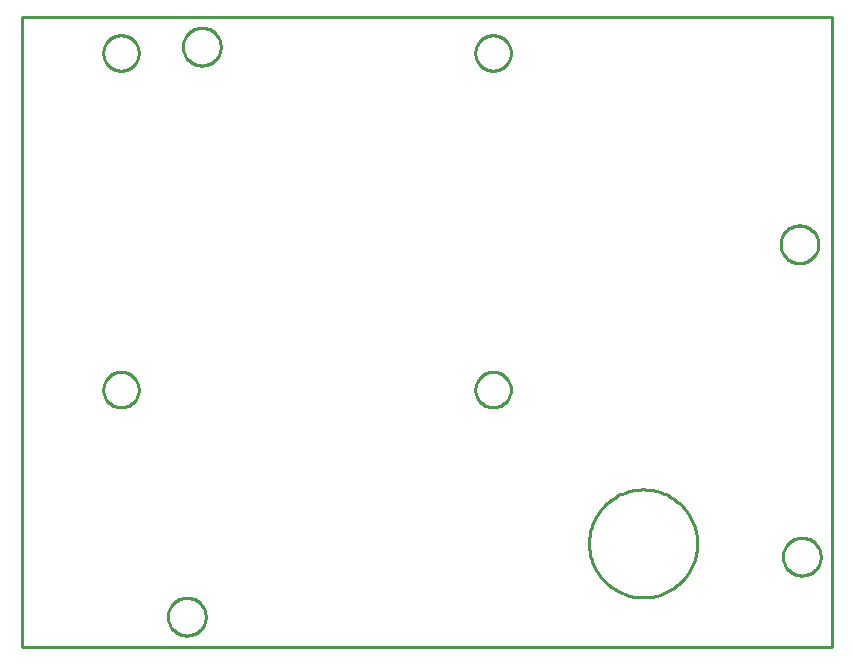
<source format=gbr>
G04 EAGLE Gerber RS-274X export*
G75*
%MOMM*%
%FSLAX34Y34*%
%LPD*%
%IN*%
%IPPOS*%
%AMOC8*
5,1,8,0,0,1.08239X$1,22.5*%
G01*
%ADD10C,0.254000*%


D10*
X0Y0D02*
X685800Y0D01*
X685800Y533400D01*
X0Y533400D01*
X0Y0D01*
X155700Y24876D02*
X155632Y23831D01*
X155495Y22792D01*
X155290Y21765D01*
X155019Y20753D01*
X154683Y19761D01*
X154282Y18793D01*
X153818Y17854D01*
X153295Y16946D01*
X152713Y16075D01*
X152075Y15244D01*
X151384Y14457D01*
X150643Y13716D01*
X149856Y13025D01*
X149025Y12388D01*
X148154Y11806D01*
X147246Y11282D01*
X146307Y10818D01*
X145339Y10417D01*
X144347Y10081D01*
X143335Y9810D01*
X142308Y9605D01*
X141269Y9469D01*
X140224Y9400D01*
X139176Y9400D01*
X138131Y9469D01*
X137092Y9605D01*
X136065Y9810D01*
X135053Y10081D01*
X134061Y10417D01*
X133093Y10818D01*
X132154Y11282D01*
X131246Y11806D01*
X130375Y12388D01*
X129544Y13025D01*
X128757Y13716D01*
X128016Y14457D01*
X127325Y15244D01*
X126688Y16075D01*
X126106Y16946D01*
X125582Y17854D01*
X125118Y18793D01*
X124717Y19761D01*
X124381Y20753D01*
X124110Y21765D01*
X123905Y22792D01*
X123769Y23831D01*
X123700Y24876D01*
X123700Y25924D01*
X123769Y26969D01*
X123905Y28008D01*
X124110Y29035D01*
X124381Y30047D01*
X124717Y31039D01*
X125118Y32007D01*
X125582Y32946D01*
X126106Y33854D01*
X126688Y34725D01*
X127325Y35556D01*
X128016Y36343D01*
X128757Y37084D01*
X129544Y37775D01*
X130375Y38413D01*
X131246Y38995D01*
X132154Y39518D01*
X133093Y39982D01*
X134061Y40383D01*
X135053Y40719D01*
X136065Y40990D01*
X137092Y41195D01*
X138131Y41332D01*
X139176Y41400D01*
X140224Y41400D01*
X141269Y41332D01*
X142308Y41195D01*
X143335Y40990D01*
X144347Y40719D01*
X145339Y40383D01*
X146307Y39982D01*
X147246Y39518D01*
X148154Y38995D01*
X149025Y38413D01*
X149856Y37775D01*
X150643Y37084D01*
X151384Y36343D01*
X152075Y35556D01*
X152713Y34725D01*
X153295Y33854D01*
X153818Y32946D01*
X154282Y32007D01*
X154683Y31039D01*
X155019Y30047D01*
X155290Y29035D01*
X155495Y28008D01*
X155632Y26969D01*
X155700Y25924D01*
X155700Y24876D01*
X676400Y75676D02*
X676332Y74631D01*
X676195Y73592D01*
X675990Y72565D01*
X675719Y71553D01*
X675383Y70561D01*
X674982Y69593D01*
X674518Y68654D01*
X673995Y67746D01*
X673413Y66875D01*
X672775Y66044D01*
X672084Y65257D01*
X671343Y64516D01*
X670556Y63825D01*
X669725Y63188D01*
X668854Y62606D01*
X667946Y62082D01*
X667007Y61618D01*
X666039Y61217D01*
X665047Y60881D01*
X664035Y60610D01*
X663008Y60405D01*
X661969Y60269D01*
X660924Y60200D01*
X659876Y60200D01*
X658831Y60269D01*
X657792Y60405D01*
X656765Y60610D01*
X655753Y60881D01*
X654761Y61217D01*
X653793Y61618D01*
X652854Y62082D01*
X651946Y62606D01*
X651075Y63188D01*
X650244Y63825D01*
X649457Y64516D01*
X648716Y65257D01*
X648025Y66044D01*
X647388Y66875D01*
X646806Y67746D01*
X646282Y68654D01*
X645818Y69593D01*
X645417Y70561D01*
X645081Y71553D01*
X644810Y72565D01*
X644605Y73592D01*
X644469Y74631D01*
X644400Y75676D01*
X644400Y76724D01*
X644469Y77769D01*
X644605Y78808D01*
X644810Y79835D01*
X645081Y80847D01*
X645417Y81839D01*
X645818Y82807D01*
X646282Y83746D01*
X646806Y84654D01*
X647388Y85525D01*
X648025Y86356D01*
X648716Y87143D01*
X649457Y87884D01*
X650244Y88575D01*
X651075Y89213D01*
X651946Y89795D01*
X652854Y90318D01*
X653793Y90782D01*
X654761Y91183D01*
X655753Y91519D01*
X656765Y91790D01*
X657792Y91995D01*
X658831Y92132D01*
X659876Y92200D01*
X660924Y92200D01*
X661969Y92132D01*
X663008Y91995D01*
X664035Y91790D01*
X665047Y91519D01*
X666039Y91183D01*
X667007Y90782D01*
X667946Y90318D01*
X668854Y89795D01*
X669725Y89213D01*
X670556Y88575D01*
X671343Y87884D01*
X672084Y87143D01*
X672775Y86356D01*
X673413Y85525D01*
X673995Y84654D01*
X674518Y83746D01*
X674982Y82807D01*
X675383Y81839D01*
X675719Y80847D01*
X675990Y79835D01*
X676195Y78808D01*
X676332Y77769D01*
X676400Y76724D01*
X676400Y75676D01*
X674400Y340076D02*
X674332Y339031D01*
X674195Y337992D01*
X673990Y336965D01*
X673719Y335953D01*
X673383Y334961D01*
X672982Y333993D01*
X672518Y333054D01*
X671995Y332146D01*
X671413Y331275D01*
X670775Y330444D01*
X670084Y329657D01*
X669343Y328916D01*
X668556Y328225D01*
X667725Y327588D01*
X666854Y327006D01*
X665946Y326482D01*
X665007Y326018D01*
X664039Y325617D01*
X663047Y325281D01*
X662035Y325010D01*
X661008Y324805D01*
X659969Y324669D01*
X658924Y324600D01*
X657876Y324600D01*
X656831Y324669D01*
X655792Y324805D01*
X654765Y325010D01*
X653753Y325281D01*
X652761Y325617D01*
X651793Y326018D01*
X650854Y326482D01*
X649946Y327006D01*
X649075Y327588D01*
X648244Y328225D01*
X647457Y328916D01*
X646716Y329657D01*
X646025Y330444D01*
X645388Y331275D01*
X644806Y332146D01*
X644282Y333054D01*
X643818Y333993D01*
X643417Y334961D01*
X643081Y335953D01*
X642810Y336965D01*
X642605Y337992D01*
X642469Y339031D01*
X642400Y340076D01*
X642400Y341124D01*
X642469Y342169D01*
X642605Y343208D01*
X642810Y344235D01*
X643081Y345247D01*
X643417Y346239D01*
X643818Y347207D01*
X644282Y348146D01*
X644806Y349054D01*
X645388Y349925D01*
X646025Y350756D01*
X646716Y351543D01*
X647457Y352284D01*
X648244Y352975D01*
X649075Y353613D01*
X649946Y354195D01*
X650854Y354718D01*
X651793Y355182D01*
X652761Y355583D01*
X653753Y355919D01*
X654765Y356190D01*
X655792Y356395D01*
X656831Y356532D01*
X657876Y356600D01*
X658924Y356600D01*
X659969Y356532D01*
X661008Y356395D01*
X662035Y356190D01*
X663047Y355919D01*
X664039Y355583D01*
X665007Y355182D01*
X665946Y354718D01*
X666854Y354195D01*
X667725Y353613D01*
X668556Y352975D01*
X669343Y352284D01*
X670084Y351543D01*
X670775Y350756D01*
X671413Y349925D01*
X671995Y349054D01*
X672518Y348146D01*
X672982Y347207D01*
X673383Y346239D01*
X673719Y345247D01*
X673990Y344235D01*
X674195Y343208D01*
X674332Y342169D01*
X674400Y341124D01*
X674400Y340076D01*
X168400Y507476D02*
X168332Y506431D01*
X168195Y505392D01*
X167990Y504365D01*
X167719Y503353D01*
X167383Y502361D01*
X166982Y501393D01*
X166518Y500454D01*
X165995Y499546D01*
X165413Y498675D01*
X164775Y497844D01*
X164084Y497057D01*
X163343Y496316D01*
X162556Y495625D01*
X161725Y494988D01*
X160854Y494406D01*
X159946Y493882D01*
X159007Y493418D01*
X158039Y493017D01*
X157047Y492681D01*
X156035Y492410D01*
X155008Y492205D01*
X153969Y492069D01*
X152924Y492000D01*
X151876Y492000D01*
X150831Y492069D01*
X149792Y492205D01*
X148765Y492410D01*
X147753Y492681D01*
X146761Y493017D01*
X145793Y493418D01*
X144854Y493882D01*
X143946Y494406D01*
X143075Y494988D01*
X142244Y495625D01*
X141457Y496316D01*
X140716Y497057D01*
X140025Y497844D01*
X139388Y498675D01*
X138806Y499546D01*
X138282Y500454D01*
X137818Y501393D01*
X137417Y502361D01*
X137081Y503353D01*
X136810Y504365D01*
X136605Y505392D01*
X136469Y506431D01*
X136400Y507476D01*
X136400Y508524D01*
X136469Y509569D01*
X136605Y510608D01*
X136810Y511635D01*
X137081Y512647D01*
X137417Y513639D01*
X137818Y514607D01*
X138282Y515546D01*
X138806Y516454D01*
X139388Y517325D01*
X140025Y518156D01*
X140716Y518943D01*
X141457Y519684D01*
X142244Y520375D01*
X143075Y521013D01*
X143946Y521595D01*
X144854Y522118D01*
X145793Y522582D01*
X146761Y522983D01*
X147753Y523319D01*
X148765Y523590D01*
X149792Y523795D01*
X150831Y523932D01*
X151876Y524000D01*
X152924Y524000D01*
X153969Y523932D01*
X155008Y523795D01*
X156035Y523590D01*
X157047Y523319D01*
X158039Y522983D01*
X159007Y522582D01*
X159946Y522118D01*
X160854Y521595D01*
X161725Y521013D01*
X162556Y520375D01*
X163343Y519684D01*
X164084Y518943D01*
X164775Y518156D01*
X165413Y517325D01*
X165995Y516454D01*
X166518Y515546D01*
X166982Y514607D01*
X167383Y513639D01*
X167719Y512647D01*
X167990Y511635D01*
X168195Y510608D01*
X168332Y509569D01*
X168400Y508524D01*
X168400Y507476D01*
X526965Y133100D02*
X528854Y133022D01*
X530737Y132866D01*
X532613Y132632D01*
X534477Y132321D01*
X536327Y131933D01*
X538160Y131469D01*
X539971Y130930D01*
X541759Y130316D01*
X543520Y129629D01*
X545251Y128870D01*
X546949Y128039D01*
X548612Y127140D01*
X550235Y126172D01*
X551818Y125138D01*
X553356Y124040D01*
X554848Y122879D01*
X556290Y121657D01*
X557681Y120377D01*
X559017Y119041D01*
X560297Y117650D01*
X561519Y116208D01*
X562680Y114716D01*
X563778Y113178D01*
X564812Y111595D01*
X565780Y109972D01*
X566679Y108309D01*
X567510Y106611D01*
X568269Y104880D01*
X568956Y103119D01*
X569570Y101331D01*
X570109Y99520D01*
X570573Y97687D01*
X570961Y95837D01*
X571272Y93973D01*
X571506Y92097D01*
X571662Y90214D01*
X571740Y88325D01*
X571740Y86435D01*
X571662Y84546D01*
X571506Y82663D01*
X571272Y80787D01*
X570961Y78923D01*
X570573Y77073D01*
X570109Y75240D01*
X569570Y73429D01*
X568956Y71641D01*
X568269Y69880D01*
X567510Y68149D01*
X566679Y66451D01*
X565780Y64789D01*
X564812Y63165D01*
X563778Y61582D01*
X562680Y60044D01*
X561519Y58552D01*
X560297Y57110D01*
X559017Y55719D01*
X557681Y54383D01*
X556290Y53103D01*
X554848Y51881D01*
X553356Y50720D01*
X551818Y49622D01*
X550235Y48588D01*
X548612Y47620D01*
X546949Y46721D01*
X545251Y45890D01*
X543520Y45131D01*
X541759Y44444D01*
X539971Y43830D01*
X538160Y43291D01*
X536327Y42827D01*
X534477Y42439D01*
X532613Y42128D01*
X530737Y41894D01*
X528854Y41738D01*
X526965Y41660D01*
X525075Y41660D01*
X523186Y41738D01*
X521303Y41894D01*
X519427Y42128D01*
X517563Y42439D01*
X515713Y42827D01*
X513880Y43291D01*
X512069Y43830D01*
X510281Y44444D01*
X508520Y45131D01*
X506789Y45890D01*
X505091Y46721D01*
X503429Y47620D01*
X501805Y48588D01*
X500222Y49622D01*
X498684Y50720D01*
X497192Y51881D01*
X495750Y53103D01*
X494359Y54383D01*
X493023Y55719D01*
X491743Y57110D01*
X490521Y58552D01*
X489360Y60044D01*
X488262Y61582D01*
X487228Y63165D01*
X486260Y64789D01*
X485361Y66451D01*
X484530Y68149D01*
X483771Y69880D01*
X483084Y71641D01*
X482470Y73429D01*
X481931Y75240D01*
X481467Y77073D01*
X481079Y78923D01*
X480768Y80787D01*
X480534Y82663D01*
X480378Y84546D01*
X480300Y86435D01*
X480300Y88325D01*
X480378Y90214D01*
X480534Y92097D01*
X480768Y93973D01*
X481079Y95837D01*
X481467Y97687D01*
X481931Y99520D01*
X482470Y101331D01*
X483084Y103119D01*
X483771Y104880D01*
X484530Y106611D01*
X485361Y108309D01*
X486260Y109972D01*
X487228Y111595D01*
X488262Y113178D01*
X489360Y114716D01*
X490521Y116208D01*
X491743Y117650D01*
X493023Y119041D01*
X494359Y120377D01*
X495750Y121657D01*
X497192Y122879D01*
X498684Y124040D01*
X500222Y125138D01*
X501805Y126172D01*
X503429Y127140D01*
X505091Y128039D01*
X506789Y128870D01*
X508520Y129629D01*
X510281Y130316D01*
X512069Y130930D01*
X513880Y131469D01*
X515713Y131933D01*
X517563Y132321D01*
X519427Y132632D01*
X521303Y132866D01*
X523186Y133022D01*
X525075Y133100D01*
X526965Y133100D01*
X99000Y502064D02*
X98924Y500996D01*
X98771Y499935D01*
X98543Y498888D01*
X98241Y497860D01*
X97867Y496856D01*
X97422Y495881D01*
X96908Y494941D01*
X96329Y494040D01*
X95687Y493182D01*
X94985Y492372D01*
X94228Y491615D01*
X93418Y490913D01*
X92560Y490271D01*
X91659Y489692D01*
X90719Y489178D01*
X89744Y488733D01*
X88740Y488359D01*
X87712Y488057D01*
X86665Y487829D01*
X85604Y487676D01*
X84536Y487600D01*
X83464Y487600D01*
X82396Y487676D01*
X81335Y487829D01*
X80288Y488057D01*
X79260Y488359D01*
X78256Y488733D01*
X77281Y489178D01*
X76341Y489692D01*
X75440Y490271D01*
X74582Y490913D01*
X73772Y491615D01*
X73015Y492372D01*
X72313Y493182D01*
X71671Y494040D01*
X71092Y494941D01*
X70578Y495881D01*
X70133Y496856D01*
X69759Y497860D01*
X69457Y498888D01*
X69229Y499935D01*
X69076Y500996D01*
X69000Y502064D01*
X69000Y503136D01*
X69076Y504204D01*
X69229Y505265D01*
X69457Y506312D01*
X69759Y507340D01*
X70133Y508344D01*
X70578Y509319D01*
X71092Y510259D01*
X71671Y511160D01*
X72313Y512018D01*
X73015Y512828D01*
X73772Y513585D01*
X74582Y514287D01*
X75440Y514929D01*
X76341Y515508D01*
X77281Y516022D01*
X78256Y516467D01*
X79260Y516841D01*
X80288Y517143D01*
X81335Y517371D01*
X82396Y517524D01*
X83464Y517600D01*
X84536Y517600D01*
X85604Y517524D01*
X86665Y517371D01*
X87712Y517143D01*
X88740Y516841D01*
X89744Y516467D01*
X90719Y516022D01*
X91659Y515508D01*
X92560Y514929D01*
X93418Y514287D01*
X94228Y513585D01*
X94985Y512828D01*
X95687Y512018D01*
X96329Y511160D01*
X96908Y510259D01*
X97422Y509319D01*
X97867Y508344D01*
X98241Y507340D01*
X98543Y506312D01*
X98771Y505265D01*
X98924Y504204D01*
X99000Y503136D01*
X99000Y502064D01*
X99000Y217064D02*
X98924Y215996D01*
X98771Y214935D01*
X98543Y213888D01*
X98241Y212860D01*
X97867Y211856D01*
X97422Y210881D01*
X96908Y209941D01*
X96329Y209040D01*
X95687Y208182D01*
X94985Y207372D01*
X94228Y206615D01*
X93418Y205913D01*
X92560Y205271D01*
X91659Y204692D01*
X90719Y204178D01*
X89744Y203733D01*
X88740Y203359D01*
X87712Y203057D01*
X86665Y202829D01*
X85604Y202676D01*
X84536Y202600D01*
X83464Y202600D01*
X82396Y202676D01*
X81335Y202829D01*
X80288Y203057D01*
X79260Y203359D01*
X78256Y203733D01*
X77281Y204178D01*
X76341Y204692D01*
X75440Y205271D01*
X74582Y205913D01*
X73772Y206615D01*
X73015Y207372D01*
X72313Y208182D01*
X71671Y209040D01*
X71092Y209941D01*
X70578Y210881D01*
X70133Y211856D01*
X69759Y212860D01*
X69457Y213888D01*
X69229Y214935D01*
X69076Y215996D01*
X69000Y217064D01*
X69000Y218136D01*
X69076Y219204D01*
X69229Y220265D01*
X69457Y221312D01*
X69759Y222340D01*
X70133Y223344D01*
X70578Y224319D01*
X71092Y225259D01*
X71671Y226160D01*
X72313Y227018D01*
X73015Y227828D01*
X73772Y228585D01*
X74582Y229287D01*
X75440Y229929D01*
X76341Y230508D01*
X77281Y231022D01*
X78256Y231467D01*
X79260Y231841D01*
X80288Y232143D01*
X81335Y232371D01*
X82396Y232524D01*
X83464Y232600D01*
X84536Y232600D01*
X85604Y232524D01*
X86665Y232371D01*
X87712Y232143D01*
X88740Y231841D01*
X89744Y231467D01*
X90719Y231022D01*
X91659Y230508D01*
X92560Y229929D01*
X93418Y229287D01*
X94228Y228585D01*
X94985Y227828D01*
X95687Y227018D01*
X96329Y226160D01*
X96908Y225259D01*
X97422Y224319D01*
X97867Y223344D01*
X98241Y222340D01*
X98543Y221312D01*
X98771Y220265D01*
X98924Y219204D01*
X99000Y218136D01*
X99000Y217064D01*
X414000Y502064D02*
X413924Y500996D01*
X413771Y499935D01*
X413543Y498888D01*
X413241Y497860D01*
X412867Y496856D01*
X412422Y495881D01*
X411908Y494941D01*
X411329Y494040D01*
X410687Y493182D01*
X409985Y492372D01*
X409228Y491615D01*
X408418Y490913D01*
X407560Y490271D01*
X406659Y489692D01*
X405719Y489178D01*
X404744Y488733D01*
X403740Y488359D01*
X402712Y488057D01*
X401665Y487829D01*
X400604Y487676D01*
X399536Y487600D01*
X398464Y487600D01*
X397396Y487676D01*
X396335Y487829D01*
X395288Y488057D01*
X394260Y488359D01*
X393256Y488733D01*
X392281Y489178D01*
X391341Y489692D01*
X390440Y490271D01*
X389582Y490913D01*
X388772Y491615D01*
X388015Y492372D01*
X387313Y493182D01*
X386671Y494040D01*
X386092Y494941D01*
X385578Y495881D01*
X385133Y496856D01*
X384759Y497860D01*
X384457Y498888D01*
X384229Y499935D01*
X384076Y500996D01*
X384000Y502064D01*
X384000Y503136D01*
X384076Y504204D01*
X384229Y505265D01*
X384457Y506312D01*
X384759Y507340D01*
X385133Y508344D01*
X385578Y509319D01*
X386092Y510259D01*
X386671Y511160D01*
X387313Y512018D01*
X388015Y512828D01*
X388772Y513585D01*
X389582Y514287D01*
X390440Y514929D01*
X391341Y515508D01*
X392281Y516022D01*
X393256Y516467D01*
X394260Y516841D01*
X395288Y517143D01*
X396335Y517371D01*
X397396Y517524D01*
X398464Y517600D01*
X399536Y517600D01*
X400604Y517524D01*
X401665Y517371D01*
X402712Y517143D01*
X403740Y516841D01*
X404744Y516467D01*
X405719Y516022D01*
X406659Y515508D01*
X407560Y514929D01*
X408418Y514287D01*
X409228Y513585D01*
X409985Y512828D01*
X410687Y512018D01*
X411329Y511160D01*
X411908Y510259D01*
X412422Y509319D01*
X412867Y508344D01*
X413241Y507340D01*
X413543Y506312D01*
X413771Y505265D01*
X413924Y504204D01*
X414000Y503136D01*
X414000Y502064D01*
X414000Y217064D02*
X413924Y215996D01*
X413771Y214935D01*
X413543Y213888D01*
X413241Y212860D01*
X412867Y211856D01*
X412422Y210881D01*
X411908Y209941D01*
X411329Y209040D01*
X410687Y208182D01*
X409985Y207372D01*
X409228Y206615D01*
X408418Y205913D01*
X407560Y205271D01*
X406659Y204692D01*
X405719Y204178D01*
X404744Y203733D01*
X403740Y203359D01*
X402712Y203057D01*
X401665Y202829D01*
X400604Y202676D01*
X399536Y202600D01*
X398464Y202600D01*
X397396Y202676D01*
X396335Y202829D01*
X395288Y203057D01*
X394260Y203359D01*
X393256Y203733D01*
X392281Y204178D01*
X391341Y204692D01*
X390440Y205271D01*
X389582Y205913D01*
X388772Y206615D01*
X388015Y207372D01*
X387313Y208182D01*
X386671Y209040D01*
X386092Y209941D01*
X385578Y210881D01*
X385133Y211856D01*
X384759Y212860D01*
X384457Y213888D01*
X384229Y214935D01*
X384076Y215996D01*
X384000Y217064D01*
X384000Y218136D01*
X384076Y219204D01*
X384229Y220265D01*
X384457Y221312D01*
X384759Y222340D01*
X385133Y223344D01*
X385578Y224319D01*
X386092Y225259D01*
X386671Y226160D01*
X387313Y227018D01*
X388015Y227828D01*
X388772Y228585D01*
X389582Y229287D01*
X390440Y229929D01*
X391341Y230508D01*
X392281Y231022D01*
X393256Y231467D01*
X394260Y231841D01*
X395288Y232143D01*
X396335Y232371D01*
X397396Y232524D01*
X398464Y232600D01*
X399536Y232600D01*
X400604Y232524D01*
X401665Y232371D01*
X402712Y232143D01*
X403740Y231841D01*
X404744Y231467D01*
X405719Y231022D01*
X406659Y230508D01*
X407560Y229929D01*
X408418Y229287D01*
X409228Y228585D01*
X409985Y227828D01*
X410687Y227018D01*
X411329Y226160D01*
X411908Y225259D01*
X412422Y224319D01*
X412867Y223344D01*
X413241Y222340D01*
X413543Y221312D01*
X413771Y220265D01*
X413924Y219204D01*
X414000Y218136D01*
X414000Y217064D01*
M02*

</source>
